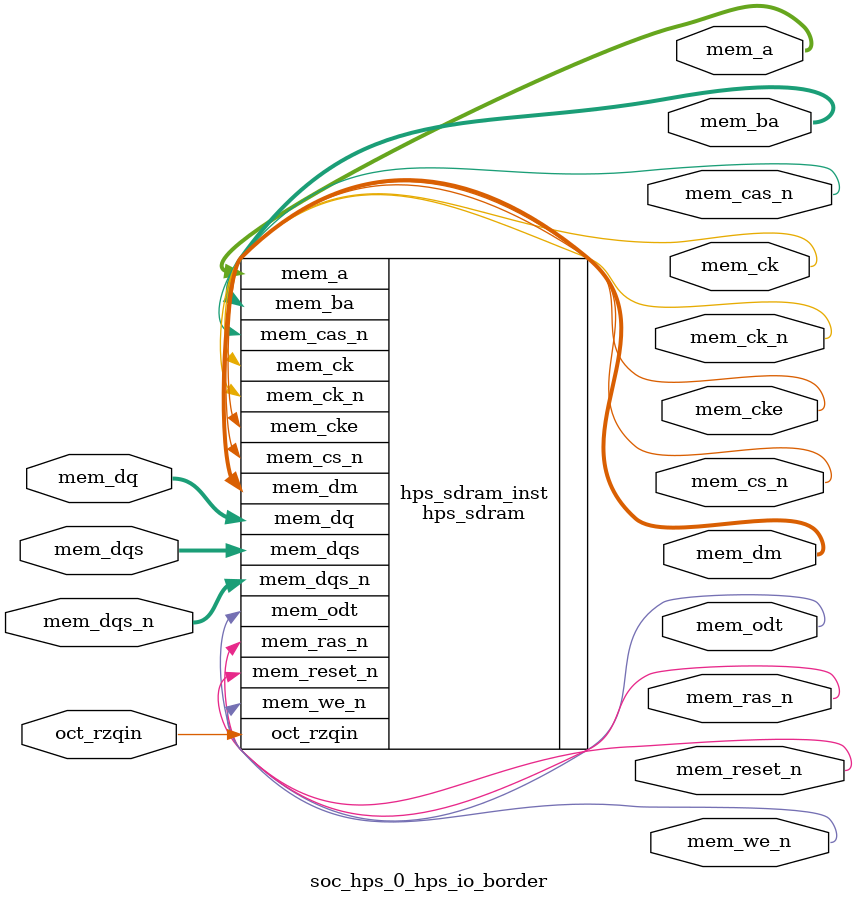
<source format=sv>


module soc_hps_0_hps_io_border(
// memory
  output wire [15 - 1 : 0 ] mem_a
 ,output wire [3 - 1 : 0 ] mem_ba
 ,output wire [1 - 1 : 0 ] mem_ck
 ,output wire [1 - 1 : 0 ] mem_ck_n
 ,output wire [1 - 1 : 0 ] mem_cke
 ,output wire [1 - 1 : 0 ] mem_cs_n
 ,output wire [1 - 1 : 0 ] mem_ras_n
 ,output wire [1 - 1 : 0 ] mem_cas_n
 ,output wire [1 - 1 : 0 ] mem_we_n
 ,output wire [1 - 1 : 0 ] mem_reset_n
 ,inout wire [32 - 1 : 0 ] mem_dq
 ,inout wire [4 - 1 : 0 ] mem_dqs
 ,inout wire [4 - 1 : 0 ] mem_dqs_n
 ,output wire [1 - 1 : 0 ] mem_odt
 ,output wire [4 - 1 : 0 ] mem_dm
 ,input wire [1 - 1 : 0 ] oct_rzqin
);


hps_sdram hps_sdram_inst(
 .mem_dq({
    mem_dq[31:0] // 31:0
  })
,.mem_odt({
    mem_odt[0:0] // 0:0
  })
,.mem_ras_n({
    mem_ras_n[0:0] // 0:0
  })
,.mem_dqs_n({
    mem_dqs_n[3:0] // 3:0
  })
,.mem_dqs({
    mem_dqs[3:0] // 3:0
  })
,.mem_dm({
    mem_dm[3:0] // 3:0
  })
,.mem_we_n({
    mem_we_n[0:0] // 0:0
  })
,.mem_cas_n({
    mem_cas_n[0:0] // 0:0
  })
,.mem_ba({
    mem_ba[2:0] // 2:0
  })
,.mem_a({
    mem_a[14:0] // 14:0
  })
,.mem_cs_n({
    mem_cs_n[0:0] // 0:0
  })
,.mem_ck({
    mem_ck[0:0] // 0:0
  })
,.mem_cke({
    mem_cke[0:0] // 0:0
  })
,.oct_rzqin({
    oct_rzqin[0:0] // 0:0
  })
,.mem_reset_n({
    mem_reset_n[0:0] // 0:0
  })
,.mem_ck_n({
    mem_ck_n[0:0] // 0:0
  })
);

endmodule


</source>
